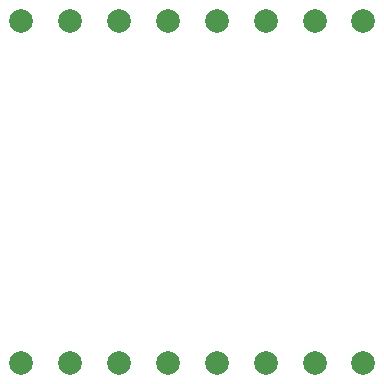
<source format=gbr>
%TF.GenerationSoftware,KiCad,Pcbnew,8.0.8*%
%TF.CreationDate,2025-07-18T16:58:46-07:00*%
%TF.ProjectId,,58585858-5858-4585-9858-585858585858,rev?*%
%TF.SameCoordinates,Original*%
%TF.FileFunction,Copper,L2,Bot*%
%TF.FilePolarity,Positive*%
%FSLAX46Y46*%
G04 Gerber Fmt 4.6, Leading zero omitted, Abs format (unit mm)*
G04 Created by KiCad (PCBNEW 8.0.8) date 2025-07-18 16:58:46*
%MOMM*%
%LPD*%
G01*
G04 APERTURE LIST*
%TA.AperFunction,ComponentPad*%
%ADD10C,2.000000*%
%TD*%
%ADD11C,0.350000*%
G04 APERTURE END LIST*
D10*
%TO.P,,*%
%TO.N,*%
X32000000Y-32000000D03*
%TD*%
%TO.P,,*%
%TO.N,*%
X32000000Y-3000000D03*
%TD*%
%TO.P,,*%
%TO.N,*%
X27857142Y-32000000D03*
%TD*%
%TO.P,,*%
%TO.N,*%
X27857142Y-3000000D03*
%TD*%
%TO.P,,*%
%TO.N,*%
X23714285Y-32000000D03*
%TD*%
%TO.P,,*%
%TO.N,*%
X23714285Y-3000000D03*
%TD*%
%TO.P,,*%
%TO.N,*%
X19571428Y-32000000D03*
%TD*%
%TO.P,,*%
%TO.N,*%
X19571428Y-3000000D03*
%TD*%
%TO.P,,*%
%TO.N,*%
X15428571Y-32000000D03*
%TD*%
%TO.P,,*%
%TO.N,*%
X15428571Y-3000000D03*
%TD*%
%TO.P,,*%
%TO.N,*%
X11285714Y-32000000D03*
%TD*%
%TO.P,,*%
%TO.N,*%
X11285714Y-3000000D03*
%TD*%
%TO.P,,*%
%TO.N,*%
X7142857Y-32000000D03*
%TD*%
%TO.P,,*%
%TO.N,*%
X7142857Y-3000000D03*
%TD*%
%TO.P,,*%
%TO.N,*%
X3000000Y-32000000D03*
%TD*%
%TO.P,,*%
%TO.N,*%
X3000000Y-3000000D03*
%TD*%
D11*
X32000000Y-32000000D03*
X32000000Y-3000000D03*
X27857142Y-32000000D03*
X27857142Y-3000000D03*
X23714285Y-32000000D03*
X23714285Y-3000000D03*
X19571428Y-32000000D03*
X19571428Y-3000000D03*
X15428571Y-32000000D03*
X15428571Y-3000000D03*
X11285714Y-32000000D03*
X11285714Y-3000000D03*
X7142857Y-32000000D03*
X7142857Y-3000000D03*
X3000000Y-32000000D03*
X3000000Y-3000000D03*
M02*

</source>
